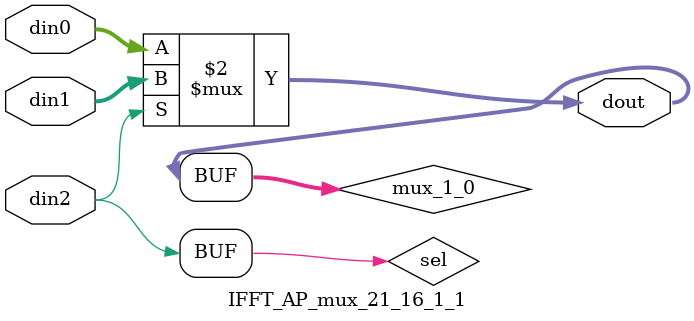
<source format=v>

`timescale 1ns/1ps

module IFFT_AP_mux_21_16_1_1 #(
parameter
    ID                = 0,
    NUM_STAGE         = 1,
    din0_WIDTH       = 32,
    din1_WIDTH       = 32,
    din2_WIDTH         = 32,
    dout_WIDTH            = 32
)(
    input  [15 : 0]     din0,
    input  [15 : 0]     din1,
    input  [0 : 0]    din2,
    output [15 : 0]   dout);

// puts internal signals
wire [0 : 0]     sel;
// level 1 signals
wire [15 : 0]         mux_1_0;

assign sel = din2;

// Generate level 1 logic
assign mux_1_0 = (sel[0] == 0)? din0 : din1;

// output logic
assign dout = mux_1_0;

endmodule

</source>
